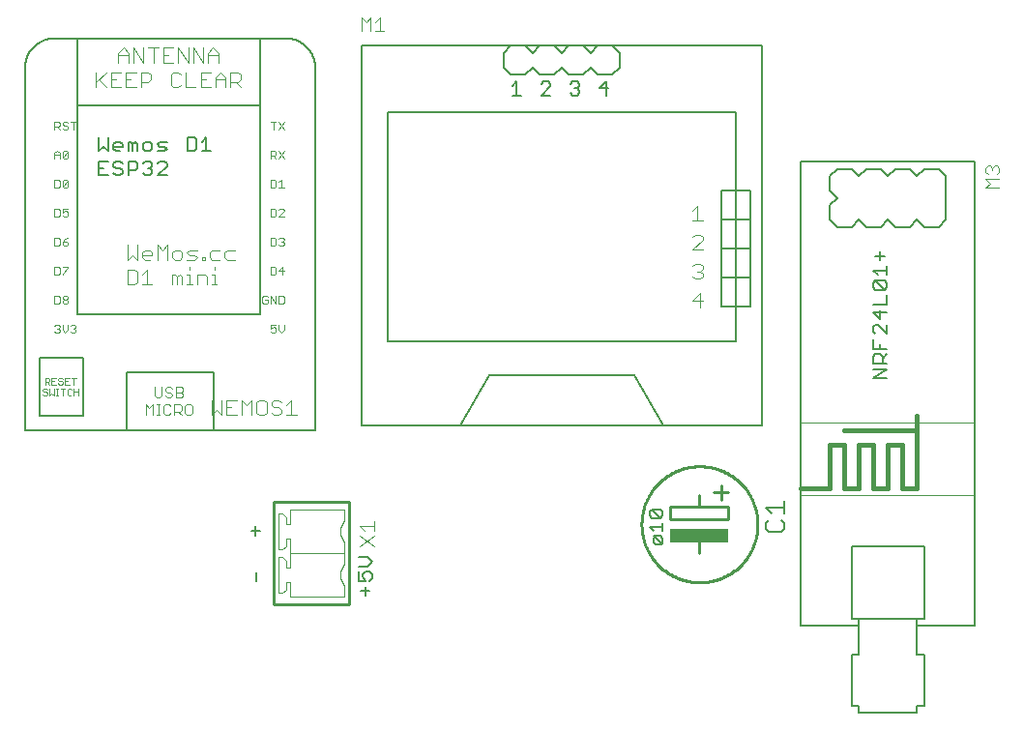
<source format=gto>
G75*
%MOIN*%
%OFA0B0*%
%FSLAX25Y25*%
%IPPOS*%
%LPD*%
%AMOC8*
5,1,8,0,0,1.08239X$1,22.5*
%
%ADD10C,0.00800*%
%ADD11C,0.01575*%
%ADD12C,0.00394*%
%ADD13C,0.00400*%
%ADD14C,0.00500*%
%ADD15C,0.00200*%
%ADD16C,0.00300*%
%ADD17C,0.01000*%
%ADD18C,0.00984*%
%ADD19C,0.00700*%
%ADD20C,0.00600*%
%ADD21R,0.20000X0.05000*%
%ADD22C,0.00983*%
D10*
X0126529Y0046650D02*
X0126529Y0049794D01*
X0126259Y0062436D02*
X0126259Y0065580D01*
X0124687Y0064008D02*
X0127831Y0064008D01*
X0161672Y0054944D02*
X0164815Y0054944D01*
X0166387Y0053372D01*
X0164815Y0051800D01*
X0161672Y0051800D01*
X0161672Y0049869D02*
X0161672Y0046725D01*
X0164029Y0046725D01*
X0163244Y0048297D01*
X0163244Y0049083D01*
X0164029Y0049869D01*
X0165601Y0049869D01*
X0166387Y0049083D01*
X0166387Y0047511D01*
X0165601Y0046725D01*
X0164029Y0044794D02*
X0164029Y0041650D01*
X0162458Y0043222D02*
X0165601Y0043222D01*
X0111787Y0098750D02*
X0081787Y0098750D01*
X0081787Y0118750D01*
X0111787Y0118750D01*
X0111787Y0098750D01*
X0066787Y0103750D02*
X0066787Y0123750D01*
X0051787Y0123750D01*
X0051787Y0103750D01*
X0066787Y0103750D01*
X0072187Y0186650D02*
X0075331Y0186650D01*
X0077263Y0187436D02*
X0078049Y0186650D01*
X0079621Y0186650D01*
X0080406Y0187436D01*
X0080406Y0188222D01*
X0079621Y0189008D01*
X0078049Y0189008D01*
X0077263Y0189794D01*
X0077263Y0190580D01*
X0078049Y0191366D01*
X0079621Y0191366D01*
X0080406Y0190580D01*
X0082338Y0191366D02*
X0082338Y0186650D01*
X0082338Y0188222D02*
X0084696Y0188222D01*
X0085482Y0189008D01*
X0085482Y0190580D01*
X0084696Y0191366D01*
X0082338Y0191366D01*
X0082338Y0194918D02*
X0082338Y0198062D01*
X0083124Y0198062D01*
X0083910Y0197276D01*
X0084696Y0198062D01*
X0085482Y0197276D01*
X0085482Y0194918D01*
X0083910Y0194918D02*
X0083910Y0197276D01*
X0087413Y0197276D02*
X0087413Y0195704D01*
X0088199Y0194918D01*
X0089771Y0194918D01*
X0090557Y0195704D01*
X0090557Y0197276D01*
X0089771Y0198062D01*
X0088199Y0198062D01*
X0087413Y0197276D01*
X0092488Y0197276D02*
X0093274Y0198062D01*
X0095632Y0198062D01*
X0094846Y0196490D02*
X0095632Y0195704D01*
X0094846Y0194918D01*
X0092488Y0194918D01*
X0093274Y0196490D02*
X0092488Y0197276D01*
X0093274Y0196490D02*
X0094846Y0196490D01*
X0094846Y0191366D02*
X0093274Y0191366D01*
X0092488Y0190580D01*
X0090557Y0190580D02*
X0089771Y0191366D01*
X0088199Y0191366D01*
X0087413Y0190580D01*
X0088985Y0189008D02*
X0089771Y0189008D01*
X0090557Y0188222D01*
X0090557Y0187436D01*
X0089771Y0186650D01*
X0088199Y0186650D01*
X0087413Y0187436D01*
X0089771Y0189008D02*
X0090557Y0189794D01*
X0090557Y0190580D01*
X0094846Y0191366D02*
X0095632Y0190580D01*
X0095632Y0189794D01*
X0092488Y0186650D01*
X0095632Y0186650D01*
X0102639Y0194918D02*
X0104996Y0194918D01*
X0105782Y0195704D01*
X0105782Y0198848D01*
X0104996Y0199634D01*
X0102639Y0199634D01*
X0102639Y0194918D01*
X0107714Y0194918D02*
X0110858Y0194918D01*
X0109286Y0194918D02*
X0109286Y0199634D01*
X0107714Y0198062D01*
X0080406Y0197276D02*
X0080406Y0196490D01*
X0077263Y0196490D01*
X0077263Y0197276D02*
X0078049Y0198062D01*
X0079621Y0198062D01*
X0080406Y0197276D01*
X0079621Y0194918D02*
X0078049Y0194918D01*
X0077263Y0195704D01*
X0077263Y0197276D01*
X0075331Y0194918D02*
X0075331Y0199634D01*
X0072187Y0199634D02*
X0072187Y0194918D01*
X0073759Y0196490D01*
X0075331Y0194918D01*
X0075331Y0191366D02*
X0072187Y0191366D01*
X0072187Y0186650D01*
X0072187Y0189008D02*
X0073759Y0189008D01*
X0214687Y0214150D02*
X0217831Y0214150D01*
X0216259Y0214150D02*
X0216259Y0218866D01*
X0214687Y0217294D01*
X0224687Y0218080D02*
X0225473Y0218866D01*
X0227045Y0218866D01*
X0227831Y0218080D01*
X0227831Y0217294D01*
X0224687Y0214150D01*
X0227831Y0214150D01*
X0234687Y0214936D02*
X0235473Y0214150D01*
X0237045Y0214150D01*
X0237831Y0214936D01*
X0237831Y0215722D01*
X0237045Y0216508D01*
X0236259Y0216508D01*
X0237045Y0216508D02*
X0237831Y0217294D01*
X0237831Y0218080D01*
X0237045Y0218866D01*
X0235473Y0218866D01*
X0234687Y0218080D01*
X0244687Y0216508D02*
X0247831Y0216508D01*
X0247045Y0218866D02*
X0244687Y0216508D01*
X0247045Y0214150D02*
X0247045Y0218866D01*
X0286787Y0181250D02*
X0296787Y0181250D01*
X0296787Y0171250D01*
X0296787Y0161250D01*
X0296787Y0151250D01*
X0296787Y0141250D01*
X0286787Y0141250D01*
X0286787Y0151250D01*
X0296787Y0151250D01*
X0286787Y0151250D01*
X0286787Y0161250D01*
X0296787Y0161250D01*
X0286787Y0161250D01*
X0286787Y0171250D01*
X0296787Y0171250D01*
X0286787Y0171250D01*
X0286787Y0181250D01*
X0339958Y0158824D02*
X0343101Y0158824D01*
X0341529Y0160395D02*
X0341529Y0157252D01*
X0343887Y0155320D02*
X0343887Y0152176D01*
X0343887Y0153748D02*
X0339172Y0153748D01*
X0340744Y0152176D01*
X0339958Y0150245D02*
X0343101Y0147101D01*
X0343887Y0147887D01*
X0343887Y0149459D01*
X0343101Y0150245D01*
X0339958Y0150245D01*
X0339172Y0149459D01*
X0339172Y0147887D01*
X0339958Y0147101D01*
X0343101Y0147101D01*
X0343887Y0145170D02*
X0343887Y0142026D01*
X0339172Y0142026D01*
X0339172Y0139309D02*
X0341529Y0136951D01*
X0341529Y0140095D01*
X0339172Y0139309D02*
X0343887Y0139309D01*
X0343887Y0135019D02*
X0343887Y0131876D01*
X0340744Y0135019D01*
X0339958Y0135019D01*
X0339172Y0134234D01*
X0339172Y0132662D01*
X0339958Y0131876D01*
X0339172Y0129944D02*
X0339172Y0126800D01*
X0343887Y0126800D01*
X0343887Y0124869D02*
X0342315Y0123297D01*
X0342315Y0124083D02*
X0342315Y0121725D01*
X0343887Y0121725D02*
X0339172Y0121725D01*
X0339172Y0124083D01*
X0339958Y0124869D01*
X0341529Y0124869D01*
X0342315Y0124083D01*
X0341529Y0126800D02*
X0341529Y0128372D01*
X0339172Y0119794D02*
X0343887Y0119794D01*
X0339172Y0116650D01*
X0343887Y0116650D01*
D11*
X0354287Y0103750D02*
X0354287Y0098750D01*
X0329287Y0098750D01*
X0329287Y0093750D02*
X0324287Y0093750D01*
X0324287Y0078750D01*
X0314287Y0078750D01*
X0329287Y0078750D02*
X0329287Y0093750D01*
X0334287Y0093750D02*
X0334287Y0078750D01*
X0329287Y0078750D01*
X0339287Y0078750D02*
X0339287Y0093750D01*
X0334287Y0093750D01*
X0344287Y0093750D02*
X0344287Y0078750D01*
X0339287Y0078750D01*
X0349287Y0078750D02*
X0349287Y0093750D01*
X0344287Y0093750D01*
X0354287Y0098750D02*
X0354287Y0078750D01*
X0349287Y0078750D01*
D12*
X0374287Y0076250D02*
X0314287Y0076250D01*
X0314287Y0101250D02*
X0374287Y0101250D01*
X0156787Y0071250D02*
X0156787Y0067500D01*
X0155537Y0065000D01*
X0155537Y0062500D01*
X0156787Y0060000D01*
X0156787Y0056250D01*
X0156787Y0052500D01*
X0155537Y0050000D01*
X0155537Y0047500D01*
X0156787Y0045000D01*
X0156787Y0041250D01*
X0138037Y0041250D01*
X0138037Y0046250D01*
X0136787Y0046250D01*
X0136787Y0043750D01*
X0135537Y0042500D01*
X0134287Y0042500D01*
X0134287Y0055000D01*
X0135537Y0055000D01*
X0136787Y0053750D01*
X0136787Y0051250D01*
X0138037Y0051250D01*
X0138037Y0056250D01*
X0138037Y0061250D01*
X0136787Y0061250D01*
X0136787Y0058750D01*
X0135537Y0057500D01*
X0134287Y0057500D01*
X0134287Y0070000D01*
X0135537Y0070000D01*
X0136787Y0068750D01*
X0136787Y0066250D01*
X0138037Y0066250D01*
X0138037Y0071250D01*
X0156787Y0071250D01*
X0156787Y0056250D02*
X0138037Y0056250D01*
D13*
X0161983Y0058800D02*
X0167099Y0062210D01*
X0167099Y0063875D02*
X0167099Y0067286D01*
X0167099Y0065580D02*
X0161983Y0065580D01*
X0163688Y0063875D01*
X0161983Y0062210D02*
X0167099Y0058800D01*
X0140301Y0103950D02*
X0136831Y0103950D01*
X0138566Y0103950D02*
X0138566Y0109154D01*
X0136831Y0107420D01*
X0135144Y0108287D02*
X0134277Y0109154D01*
X0132542Y0109154D01*
X0131675Y0108287D01*
X0131675Y0107420D01*
X0132542Y0106552D01*
X0134277Y0106552D01*
X0135144Y0105685D01*
X0135144Y0104817D01*
X0134277Y0103950D01*
X0132542Y0103950D01*
X0131675Y0104817D01*
X0129988Y0104817D02*
X0129988Y0108287D01*
X0129120Y0109154D01*
X0127386Y0109154D01*
X0126518Y0108287D01*
X0126518Y0104817D01*
X0127386Y0103950D01*
X0129120Y0103950D01*
X0129988Y0104817D01*
X0124831Y0103950D02*
X0124831Y0109154D01*
X0123097Y0107420D01*
X0121362Y0109154D01*
X0121362Y0103950D01*
X0119675Y0103950D02*
X0116205Y0103950D01*
X0116205Y0109154D01*
X0119675Y0109154D01*
X0114519Y0109154D02*
X0114519Y0103950D01*
X0112784Y0105685D01*
X0111049Y0103950D01*
X0111049Y0109154D01*
X0116205Y0106552D02*
X0117940Y0106552D01*
X0112942Y0148950D02*
X0111207Y0148950D01*
X0112074Y0148950D02*
X0112074Y0152420D01*
X0111207Y0152420D01*
X0109520Y0151552D02*
X0109520Y0148950D01*
X0109520Y0151552D02*
X0108653Y0152420D01*
X0106051Y0152420D01*
X0106051Y0148950D01*
X0104348Y0148950D02*
X0102613Y0148950D01*
X0103480Y0148950D02*
X0103480Y0152420D01*
X0102613Y0152420D01*
X0100926Y0151552D02*
X0100926Y0148950D01*
X0099191Y0148950D02*
X0099191Y0151552D01*
X0100059Y0152420D01*
X0100926Y0151552D01*
X0099191Y0151552D02*
X0098324Y0152420D01*
X0097457Y0152420D01*
X0097457Y0148950D01*
X0090613Y0148950D02*
X0087144Y0148950D01*
X0088879Y0148950D02*
X0088879Y0154154D01*
X0087144Y0152420D01*
X0085457Y0153287D02*
X0085457Y0149817D01*
X0084590Y0148950D01*
X0081987Y0148950D01*
X0081987Y0154154D01*
X0084590Y0154154D01*
X0085457Y0153287D01*
X0085457Y0157350D02*
X0085457Y0162554D01*
X0088011Y0160820D02*
X0089746Y0160820D01*
X0090613Y0159952D01*
X0090613Y0159085D01*
X0087144Y0159085D01*
X0087144Y0159952D02*
X0088011Y0160820D01*
X0087144Y0159952D02*
X0087144Y0158217D01*
X0088011Y0157350D01*
X0089746Y0157350D01*
X0092300Y0157350D02*
X0092300Y0162554D01*
X0094035Y0160820D01*
X0095770Y0162554D01*
X0095770Y0157350D01*
X0097457Y0158217D02*
X0098324Y0157350D01*
X0100059Y0157350D01*
X0100926Y0158217D01*
X0100926Y0159952D01*
X0100059Y0160820D01*
X0098324Y0160820D01*
X0097457Y0159952D01*
X0097457Y0158217D01*
X0102613Y0157350D02*
X0105215Y0157350D01*
X0106083Y0158217D01*
X0105215Y0159085D01*
X0103480Y0159085D01*
X0102613Y0159952D01*
X0103480Y0160820D01*
X0106083Y0160820D01*
X0107769Y0158217D02*
X0108637Y0158217D01*
X0108637Y0157350D01*
X0107769Y0157350D01*
X0107769Y0158217D01*
X0110348Y0158217D02*
X0111215Y0157350D01*
X0113817Y0157350D01*
X0115504Y0158217D02*
X0116371Y0157350D01*
X0118974Y0157350D01*
X0118974Y0160820D02*
X0116371Y0160820D01*
X0115504Y0159952D01*
X0115504Y0158217D01*
X0113817Y0160820D02*
X0111215Y0160820D01*
X0110348Y0159952D01*
X0110348Y0158217D01*
X0112074Y0155022D02*
X0112074Y0154154D01*
X0103480Y0154154D02*
X0103480Y0155022D01*
X0085457Y0157350D02*
X0083722Y0159085D01*
X0081987Y0157350D01*
X0081987Y0162554D01*
X0081518Y0216950D02*
X0084988Y0216950D01*
X0086675Y0216950D02*
X0086675Y0222154D01*
X0089277Y0222154D01*
X0090144Y0221287D01*
X0090144Y0219552D01*
X0089277Y0218685D01*
X0086675Y0218685D01*
X0083253Y0219552D02*
X0081518Y0219552D01*
X0081518Y0222154D02*
X0081518Y0216950D01*
X0079831Y0216950D02*
X0076362Y0216950D01*
X0076362Y0222154D01*
X0079831Y0222154D01*
X0081518Y0222154D02*
X0084988Y0222154D01*
X0084096Y0225350D02*
X0084096Y0230554D01*
X0087566Y0225350D01*
X0087566Y0230554D01*
X0089253Y0230554D02*
X0092722Y0230554D01*
X0094409Y0230554D02*
X0094409Y0225350D01*
X0097879Y0225350D01*
X0099566Y0225350D02*
X0099566Y0230554D01*
X0103035Y0225350D01*
X0103035Y0230554D01*
X0104722Y0230554D02*
X0108192Y0225350D01*
X0108192Y0230554D01*
X0109878Y0228820D02*
X0111613Y0230554D01*
X0113348Y0228820D01*
X0113348Y0225350D01*
X0113348Y0227952D02*
X0109878Y0227952D01*
X0109878Y0228820D02*
X0109878Y0225350D01*
X0110770Y0222154D02*
X0107300Y0222154D01*
X0107300Y0216950D01*
X0110770Y0216950D01*
X0112457Y0216950D02*
X0112457Y0220420D01*
X0114191Y0222154D01*
X0115926Y0220420D01*
X0115926Y0216950D01*
X0117613Y0216950D02*
X0117613Y0222154D01*
X0120215Y0222154D01*
X0121083Y0221287D01*
X0121083Y0219552D01*
X0120215Y0218685D01*
X0117613Y0218685D01*
X0119348Y0218685D02*
X0121083Y0216950D01*
X0115926Y0219552D02*
X0112457Y0219552D01*
X0109035Y0219552D02*
X0107300Y0219552D01*
X0105613Y0216950D02*
X0102144Y0216950D01*
X0102144Y0222154D01*
X0100457Y0221287D02*
X0099590Y0222154D01*
X0097855Y0222154D01*
X0096987Y0221287D01*
X0096987Y0217817D01*
X0097855Y0216950D01*
X0099590Y0216950D01*
X0100457Y0217817D01*
X0104722Y0225350D02*
X0104722Y0230554D01*
X0097879Y0230554D02*
X0094409Y0230554D01*
X0094409Y0227952D02*
X0096144Y0227952D01*
X0090988Y0225350D02*
X0090988Y0230554D01*
X0082410Y0228820D02*
X0082410Y0225350D01*
X0082410Y0227952D02*
X0078940Y0227952D01*
X0078940Y0228820D02*
X0078940Y0225350D01*
X0074675Y0222154D02*
X0071205Y0218685D01*
X0072073Y0219552D02*
X0074675Y0216950D01*
X0076362Y0219552D02*
X0078097Y0219552D01*
X0071205Y0222154D02*
X0071205Y0216950D01*
X0078940Y0228820D02*
X0080675Y0230554D01*
X0082410Y0228820D01*
X0162889Y0236270D02*
X0162889Y0240874D01*
X0164424Y0239339D01*
X0165958Y0240874D01*
X0165958Y0236270D01*
X0167493Y0236270D02*
X0170562Y0236270D01*
X0169027Y0236270D02*
X0169027Y0240874D01*
X0167493Y0239339D01*
X0276831Y0174320D02*
X0278566Y0176054D01*
X0278566Y0170850D01*
X0276831Y0170850D02*
X0280301Y0170850D01*
X0279433Y0166054D02*
X0277698Y0166054D01*
X0276831Y0165187D01*
X0279433Y0166054D02*
X0280301Y0165187D01*
X0280301Y0164320D01*
X0276831Y0160850D01*
X0280301Y0160850D01*
X0279433Y0156054D02*
X0280301Y0155187D01*
X0280301Y0154320D01*
X0279433Y0153452D01*
X0280301Y0152585D01*
X0280301Y0151717D01*
X0279433Y0150850D01*
X0277698Y0150850D01*
X0276831Y0151717D01*
X0278566Y0153452D02*
X0279433Y0153452D01*
X0279433Y0156054D02*
X0277698Y0156054D01*
X0276831Y0155187D01*
X0279433Y0146054D02*
X0276831Y0143452D01*
X0280301Y0143452D01*
X0279433Y0140850D02*
X0279433Y0146054D01*
X0377909Y0182242D02*
X0379443Y0183777D01*
X0377909Y0185311D01*
X0382513Y0185311D01*
X0381745Y0186846D02*
X0382513Y0187613D01*
X0382513Y0189148D01*
X0381745Y0189915D01*
X0380978Y0189915D01*
X0380211Y0189148D01*
X0380211Y0188381D01*
X0380211Y0189148D02*
X0379443Y0189915D01*
X0378676Y0189915D01*
X0377909Y0189148D01*
X0377909Y0187613D01*
X0378676Y0186846D01*
X0377909Y0182242D02*
X0382513Y0182242D01*
D14*
X0374287Y0191250D02*
X0314287Y0191250D01*
X0314287Y0031250D01*
X0334287Y0031250D01*
X0334287Y0021250D01*
X0331787Y0021250D01*
X0331787Y0003750D01*
X0334287Y0003750D01*
X0334287Y0001250D01*
X0354287Y0001250D01*
X0354287Y0003750D01*
X0356787Y0003750D01*
X0356787Y0021250D01*
X0354287Y0021250D01*
X0354287Y0031250D01*
X0374287Y0031250D01*
X0374287Y0191250D01*
X0364287Y0186250D02*
X0364287Y0171250D01*
X0361787Y0168750D01*
X0356787Y0168750D01*
X0354287Y0171250D01*
X0351787Y0168750D01*
X0346787Y0168750D01*
X0344287Y0171250D01*
X0341787Y0168750D01*
X0336787Y0168750D01*
X0334287Y0171250D01*
X0331787Y0168750D01*
X0326787Y0168750D01*
X0324287Y0171250D01*
X0324287Y0176250D01*
X0326787Y0178750D01*
X0324287Y0181250D01*
X0324287Y0186250D01*
X0326787Y0188750D01*
X0331787Y0188750D01*
X0334287Y0186250D01*
X0336787Y0188750D01*
X0341787Y0188750D01*
X0344287Y0186250D01*
X0346787Y0188750D01*
X0351787Y0188750D01*
X0354287Y0186250D01*
X0356787Y0188750D01*
X0361787Y0188750D01*
X0364287Y0186250D01*
X0291787Y0208250D02*
X0291787Y0129250D01*
X0171787Y0129250D01*
X0171787Y0208250D01*
X0291787Y0208250D01*
X0300787Y0231250D02*
X0300787Y0100187D01*
X0266787Y0100187D01*
X0256787Y0117687D01*
X0206787Y0117687D01*
X0196787Y0100187D01*
X0162787Y0100187D01*
X0162787Y0231250D01*
X0300787Y0231250D01*
X0251787Y0228750D02*
X0251787Y0223750D01*
X0249287Y0221250D01*
X0244287Y0221250D01*
X0241787Y0223750D01*
X0239287Y0221250D01*
X0234287Y0221250D01*
X0231787Y0223750D01*
X0229287Y0221250D01*
X0224287Y0221250D01*
X0221787Y0223750D01*
X0219287Y0221250D01*
X0214287Y0221250D01*
X0211787Y0223750D01*
X0211787Y0228750D01*
X0214287Y0231250D01*
X0219287Y0231250D02*
X0221787Y0228750D01*
X0224287Y0231250D01*
X0229287Y0231250D02*
X0231787Y0228750D01*
X0234287Y0231250D01*
X0239287Y0231250D02*
X0241787Y0228750D01*
X0244287Y0231250D01*
X0249287Y0231250D02*
X0251787Y0228750D01*
X0146787Y0223750D02*
X0146787Y0098750D01*
X0046787Y0098750D01*
X0046787Y0223750D01*
X0046790Y0223992D01*
X0046799Y0224233D01*
X0046813Y0224474D01*
X0046834Y0224715D01*
X0046860Y0224955D01*
X0046892Y0225195D01*
X0046930Y0225434D01*
X0046973Y0225671D01*
X0047023Y0225908D01*
X0047078Y0226143D01*
X0047138Y0226377D01*
X0047205Y0226609D01*
X0047276Y0226840D01*
X0047354Y0227069D01*
X0047437Y0227296D01*
X0047525Y0227521D01*
X0047619Y0227744D01*
X0047718Y0227964D01*
X0047823Y0228182D01*
X0047932Y0228397D01*
X0048047Y0228610D01*
X0048167Y0228820D01*
X0048292Y0229026D01*
X0048422Y0229230D01*
X0048557Y0229431D01*
X0048697Y0229628D01*
X0048841Y0229822D01*
X0048990Y0230012D01*
X0049144Y0230198D01*
X0049302Y0230381D01*
X0049464Y0230560D01*
X0049631Y0230735D01*
X0049802Y0230906D01*
X0049977Y0231073D01*
X0050156Y0231235D01*
X0050339Y0231393D01*
X0050525Y0231547D01*
X0050715Y0231696D01*
X0050909Y0231840D01*
X0051106Y0231980D01*
X0051307Y0232115D01*
X0051511Y0232245D01*
X0051717Y0232370D01*
X0051927Y0232490D01*
X0052140Y0232605D01*
X0052355Y0232714D01*
X0052573Y0232819D01*
X0052793Y0232918D01*
X0053016Y0233012D01*
X0053241Y0233100D01*
X0053468Y0233183D01*
X0053697Y0233261D01*
X0053928Y0233332D01*
X0054160Y0233399D01*
X0054394Y0233459D01*
X0054629Y0233514D01*
X0054866Y0233564D01*
X0055103Y0233607D01*
X0055342Y0233645D01*
X0055582Y0233677D01*
X0055822Y0233703D01*
X0056063Y0233724D01*
X0056304Y0233738D01*
X0056545Y0233747D01*
X0056787Y0233750D01*
X0136787Y0233750D01*
X0127890Y0233656D02*
X0064898Y0233656D01*
X0064898Y0210821D01*
X0127890Y0210821D01*
X0127890Y0233656D01*
X0136787Y0233750D02*
X0137029Y0233747D01*
X0137270Y0233738D01*
X0137511Y0233724D01*
X0137752Y0233703D01*
X0137992Y0233677D01*
X0138232Y0233645D01*
X0138471Y0233607D01*
X0138708Y0233564D01*
X0138945Y0233514D01*
X0139180Y0233459D01*
X0139414Y0233399D01*
X0139646Y0233332D01*
X0139877Y0233261D01*
X0140106Y0233183D01*
X0140333Y0233100D01*
X0140558Y0233012D01*
X0140781Y0232918D01*
X0141001Y0232819D01*
X0141219Y0232714D01*
X0141434Y0232605D01*
X0141647Y0232490D01*
X0141857Y0232370D01*
X0142063Y0232245D01*
X0142267Y0232115D01*
X0142468Y0231980D01*
X0142665Y0231840D01*
X0142859Y0231696D01*
X0143049Y0231547D01*
X0143235Y0231393D01*
X0143418Y0231235D01*
X0143597Y0231073D01*
X0143772Y0230906D01*
X0143943Y0230735D01*
X0144110Y0230560D01*
X0144272Y0230381D01*
X0144430Y0230198D01*
X0144584Y0230012D01*
X0144733Y0229822D01*
X0144877Y0229628D01*
X0145017Y0229431D01*
X0145152Y0229230D01*
X0145282Y0229026D01*
X0145407Y0228820D01*
X0145527Y0228610D01*
X0145642Y0228397D01*
X0145751Y0228182D01*
X0145856Y0227964D01*
X0145955Y0227744D01*
X0146049Y0227521D01*
X0146137Y0227296D01*
X0146220Y0227069D01*
X0146298Y0226840D01*
X0146369Y0226609D01*
X0146436Y0226377D01*
X0146496Y0226143D01*
X0146551Y0225908D01*
X0146601Y0225671D01*
X0146644Y0225434D01*
X0146682Y0225195D01*
X0146714Y0224955D01*
X0146740Y0224715D01*
X0146761Y0224474D01*
X0146775Y0224233D01*
X0146784Y0223992D01*
X0146787Y0223750D01*
X0127887Y0210850D02*
X0127887Y0138750D01*
X0127787Y0138750D02*
X0064887Y0138750D01*
X0064887Y0210850D01*
X0127787Y0210850D02*
X0127887Y0210850D01*
X0196787Y0100187D02*
X0266787Y0100187D01*
X0331787Y0058750D02*
X0356787Y0058750D01*
X0356787Y0033750D01*
X0354287Y0033750D01*
X0354287Y0031250D01*
X0354287Y0033750D02*
X0334287Y0033750D01*
X0334287Y0031250D01*
X0334287Y0033750D02*
X0331787Y0033750D01*
X0331787Y0058750D01*
D15*
X0135993Y0133284D02*
X0135993Y0135152D01*
X0135993Y0133284D02*
X0135059Y0132350D01*
X0134125Y0133284D01*
X0134125Y0135152D01*
X0133231Y0135152D02*
X0131363Y0135152D01*
X0131363Y0133751D01*
X0132297Y0134218D01*
X0132764Y0134218D01*
X0133231Y0133751D01*
X0133231Y0132817D01*
X0132764Y0132350D01*
X0131830Y0132350D01*
X0131363Y0132817D01*
X0131363Y0142350D02*
X0131363Y0145152D01*
X0133231Y0142350D01*
X0133231Y0145152D01*
X0134125Y0145152D02*
X0135526Y0145152D01*
X0135993Y0144685D01*
X0135993Y0142817D01*
X0135526Y0142350D01*
X0134125Y0142350D01*
X0134125Y0145152D01*
X0130469Y0144685D02*
X0130002Y0145152D01*
X0129067Y0145152D01*
X0128600Y0144685D01*
X0128600Y0142817D01*
X0129067Y0142350D01*
X0130002Y0142350D01*
X0130469Y0142817D01*
X0130469Y0143751D01*
X0129534Y0143751D01*
X0131363Y0152350D02*
X0132764Y0152350D01*
X0133231Y0152817D01*
X0133231Y0154685D01*
X0132764Y0155152D01*
X0131363Y0155152D01*
X0131363Y0152350D01*
X0134125Y0153751D02*
X0135526Y0155152D01*
X0135526Y0152350D01*
X0135993Y0153751D02*
X0134125Y0153751D01*
X0134592Y0162350D02*
X0134125Y0162817D01*
X0134592Y0162350D02*
X0135526Y0162350D01*
X0135993Y0162817D01*
X0135993Y0163284D01*
X0135526Y0163751D01*
X0135059Y0163751D01*
X0135526Y0163751D02*
X0135993Y0164218D01*
X0135993Y0164685D01*
X0135526Y0165152D01*
X0134592Y0165152D01*
X0134125Y0164685D01*
X0133231Y0164685D02*
X0132764Y0165152D01*
X0131363Y0165152D01*
X0131363Y0162350D01*
X0132764Y0162350D01*
X0133231Y0162817D01*
X0133231Y0164685D01*
X0132764Y0172350D02*
X0131363Y0172350D01*
X0131363Y0175152D01*
X0132764Y0175152D01*
X0133231Y0174685D01*
X0133231Y0172817D01*
X0132764Y0172350D01*
X0134125Y0172350D02*
X0135993Y0174218D01*
X0135993Y0174685D01*
X0135526Y0175152D01*
X0134592Y0175152D01*
X0134125Y0174685D01*
X0134125Y0172350D02*
X0135993Y0172350D01*
X0135993Y0182350D02*
X0134125Y0182350D01*
X0135059Y0182350D02*
X0135059Y0185152D01*
X0134125Y0184218D01*
X0133231Y0184685D02*
X0132764Y0185152D01*
X0131363Y0185152D01*
X0131363Y0182350D01*
X0132764Y0182350D01*
X0133231Y0182817D01*
X0133231Y0184685D01*
X0133231Y0192350D02*
X0132297Y0193284D01*
X0132764Y0193284D02*
X0131363Y0193284D01*
X0131363Y0192350D02*
X0131363Y0195152D01*
X0132764Y0195152D01*
X0133231Y0194685D01*
X0133231Y0193751D01*
X0132764Y0193284D01*
X0134125Y0192350D02*
X0135993Y0195152D01*
X0134125Y0195152D02*
X0135993Y0192350D01*
X0135993Y0202350D02*
X0134125Y0205152D01*
X0133231Y0205152D02*
X0131363Y0205152D01*
X0132297Y0205152D02*
X0132297Y0202350D01*
X0134125Y0202350D02*
X0135993Y0205152D01*
X0064280Y0205152D02*
X0062412Y0205152D01*
X0063346Y0205152D02*
X0063346Y0202350D01*
X0061518Y0202817D02*
X0061051Y0202350D01*
X0060117Y0202350D01*
X0059650Y0202817D01*
X0058756Y0202350D02*
X0057822Y0203284D01*
X0058289Y0203284D02*
X0056887Y0203284D01*
X0056887Y0202350D02*
X0056887Y0205152D01*
X0058289Y0205152D01*
X0058756Y0204685D01*
X0058756Y0203751D01*
X0058289Y0203284D01*
X0059650Y0204218D02*
X0060117Y0203751D01*
X0061051Y0203751D01*
X0061518Y0203284D01*
X0061518Y0202817D01*
X0061518Y0204685D02*
X0061051Y0205152D01*
X0060117Y0205152D01*
X0059650Y0204685D01*
X0059650Y0204218D01*
X0060117Y0195152D02*
X0061051Y0195152D01*
X0061518Y0194685D01*
X0059650Y0192817D01*
X0060117Y0192350D01*
X0061051Y0192350D01*
X0061518Y0192817D01*
X0061518Y0194685D01*
X0060117Y0195152D02*
X0059650Y0194685D01*
X0059650Y0192817D01*
X0058756Y0192350D02*
X0058756Y0194218D01*
X0057822Y0195152D01*
X0056887Y0194218D01*
X0056887Y0192350D01*
X0056887Y0193751D02*
X0058756Y0193751D01*
X0058289Y0185152D02*
X0056887Y0185152D01*
X0056887Y0182350D01*
X0058289Y0182350D01*
X0058756Y0182817D01*
X0058756Y0184685D01*
X0058289Y0185152D01*
X0059650Y0184685D02*
X0060117Y0185152D01*
X0061051Y0185152D01*
X0061518Y0184685D01*
X0059650Y0182817D01*
X0060117Y0182350D01*
X0061051Y0182350D01*
X0061518Y0182817D01*
X0061518Y0184685D01*
X0059650Y0184685D02*
X0059650Y0182817D01*
X0059650Y0175152D02*
X0059650Y0173751D01*
X0060584Y0174218D01*
X0061051Y0174218D01*
X0061518Y0173751D01*
X0061518Y0172817D01*
X0061051Y0172350D01*
X0060117Y0172350D01*
X0059650Y0172817D01*
X0058756Y0172817D02*
X0058756Y0174685D01*
X0058289Y0175152D01*
X0056887Y0175152D01*
X0056887Y0172350D01*
X0058289Y0172350D01*
X0058756Y0172817D01*
X0059650Y0175152D02*
X0061518Y0175152D01*
X0061518Y0165152D02*
X0060584Y0164685D01*
X0059650Y0163751D01*
X0061051Y0163751D01*
X0061518Y0163284D01*
X0061518Y0162817D01*
X0061051Y0162350D01*
X0060117Y0162350D01*
X0059650Y0162817D01*
X0059650Y0163751D01*
X0058756Y0162817D02*
X0058756Y0164685D01*
X0058289Y0165152D01*
X0056887Y0165152D01*
X0056887Y0162350D01*
X0058289Y0162350D01*
X0058756Y0162817D01*
X0058289Y0155152D02*
X0056887Y0155152D01*
X0056887Y0152350D01*
X0058289Y0152350D01*
X0058756Y0152817D01*
X0058756Y0154685D01*
X0058289Y0155152D01*
X0059650Y0155152D02*
X0061518Y0155152D01*
X0061518Y0154685D01*
X0059650Y0152817D01*
X0059650Y0152350D01*
X0060117Y0145152D02*
X0061051Y0145152D01*
X0061518Y0144685D01*
X0061518Y0144218D01*
X0061051Y0143751D01*
X0060117Y0143751D01*
X0059650Y0144218D01*
X0059650Y0144685D01*
X0060117Y0145152D01*
X0060117Y0143751D02*
X0059650Y0143284D01*
X0059650Y0142817D01*
X0060117Y0142350D01*
X0061051Y0142350D01*
X0061518Y0142817D01*
X0061518Y0143284D01*
X0061051Y0143751D01*
X0058756Y0142817D02*
X0058756Y0144685D01*
X0058289Y0145152D01*
X0056887Y0145152D01*
X0056887Y0142350D01*
X0058289Y0142350D01*
X0058756Y0142817D01*
X0058289Y0135152D02*
X0057354Y0135152D01*
X0056887Y0134685D01*
X0057822Y0133751D02*
X0058289Y0133751D01*
X0058756Y0133284D01*
X0058756Y0132817D01*
X0058289Y0132350D01*
X0057354Y0132350D01*
X0056887Y0132817D01*
X0058289Y0133751D02*
X0058756Y0134218D01*
X0058756Y0134685D01*
X0058289Y0135152D01*
X0059650Y0135152D02*
X0059650Y0133284D01*
X0060584Y0132350D01*
X0061518Y0133284D01*
X0061518Y0135152D01*
X0062412Y0134685D02*
X0062879Y0135152D01*
X0063813Y0135152D01*
X0064280Y0134685D01*
X0064280Y0134218D01*
X0063813Y0133751D01*
X0064280Y0133284D01*
X0064280Y0132817D01*
X0063813Y0132350D01*
X0062879Y0132350D01*
X0062412Y0132817D01*
X0063346Y0133751D02*
X0063813Y0133751D01*
X0063608Y0116777D02*
X0063608Y0114475D01*
X0063608Y0113027D02*
X0063608Y0110725D01*
X0062840Y0111109D02*
X0062457Y0110725D01*
X0061689Y0110725D01*
X0061306Y0111109D01*
X0061306Y0112643D01*
X0061689Y0113027D01*
X0062457Y0113027D01*
X0062840Y0112643D01*
X0063608Y0111876D02*
X0065142Y0111876D01*
X0065142Y0113027D02*
X0065142Y0110725D01*
X0060538Y0113027D02*
X0059004Y0113027D01*
X0059771Y0113027D02*
X0059771Y0110725D01*
X0058236Y0110725D02*
X0057469Y0110725D01*
X0057853Y0110725D02*
X0057853Y0113027D01*
X0058236Y0113027D02*
X0057469Y0113027D01*
X0056702Y0113027D02*
X0056702Y0110725D01*
X0055934Y0111492D01*
X0055167Y0110725D01*
X0055167Y0113027D01*
X0054400Y0112643D02*
X0054016Y0113027D01*
X0053249Y0113027D01*
X0052865Y0112643D01*
X0052865Y0112260D01*
X0053249Y0111876D01*
X0054016Y0111876D01*
X0054400Y0111492D01*
X0054400Y0111109D01*
X0054016Y0110725D01*
X0053249Y0110725D01*
X0052865Y0111109D01*
X0053632Y0114475D02*
X0053632Y0116777D01*
X0054783Y0116777D01*
X0055167Y0116393D01*
X0055167Y0115626D01*
X0054783Y0115242D01*
X0053632Y0115242D01*
X0054400Y0115242D02*
X0055167Y0114475D01*
X0055934Y0114475D02*
X0057469Y0114475D01*
X0058236Y0114859D02*
X0058620Y0114475D01*
X0059387Y0114475D01*
X0059771Y0114859D01*
X0059771Y0115242D01*
X0059387Y0115626D01*
X0058620Y0115626D01*
X0058236Y0116010D01*
X0058236Y0116393D01*
X0058620Y0116777D01*
X0059387Y0116777D01*
X0059771Y0116393D01*
X0060538Y0116777D02*
X0060538Y0114475D01*
X0062073Y0114475D01*
X0061306Y0115626D02*
X0060538Y0115626D01*
X0060538Y0116777D02*
X0062073Y0116777D01*
X0062840Y0116777D02*
X0064375Y0116777D01*
X0057469Y0116777D02*
X0055934Y0116777D01*
X0055934Y0114475D01*
X0055934Y0115626D02*
X0056702Y0115626D01*
D16*
X0088343Y0107603D02*
X0088343Y0103900D01*
X0090812Y0103900D02*
X0090812Y0107603D01*
X0089578Y0106369D01*
X0088343Y0107603D01*
X0092027Y0107603D02*
X0093261Y0107603D01*
X0092644Y0107603D02*
X0092644Y0103900D01*
X0092027Y0103900D02*
X0093261Y0103900D01*
X0094482Y0104517D02*
X0095099Y0103900D01*
X0096334Y0103900D01*
X0096951Y0104517D01*
X0098165Y0103900D02*
X0098165Y0107603D01*
X0100017Y0107603D01*
X0100634Y0106986D01*
X0100634Y0105752D01*
X0100017Y0105134D01*
X0098165Y0105134D01*
X0099399Y0105134D02*
X0100634Y0103900D01*
X0101848Y0104517D02*
X0102465Y0103900D01*
X0103700Y0103900D01*
X0104317Y0104517D01*
X0104317Y0106986D01*
X0103700Y0107603D01*
X0102465Y0107603D01*
X0101848Y0106986D01*
X0101848Y0104517D01*
X0096951Y0106986D02*
X0096334Y0107603D01*
X0095099Y0107603D01*
X0094482Y0106986D01*
X0094482Y0104517D01*
X0093264Y0109900D02*
X0093881Y0110517D01*
X0093881Y0113603D01*
X0095096Y0112986D02*
X0095096Y0112369D01*
X0095713Y0111752D01*
X0096947Y0111752D01*
X0097565Y0111134D01*
X0097565Y0110517D01*
X0096947Y0109900D01*
X0095713Y0109900D01*
X0095096Y0110517D01*
X0093264Y0109900D02*
X0092030Y0109900D01*
X0091413Y0110517D01*
X0091413Y0113603D01*
X0095096Y0112986D02*
X0095713Y0113603D01*
X0096947Y0113603D01*
X0097565Y0112986D01*
X0098779Y0113603D02*
X0100631Y0113603D01*
X0101248Y0112986D01*
X0101248Y0112369D01*
X0100631Y0111752D01*
X0098779Y0111752D01*
X0098779Y0113603D02*
X0098779Y0109900D01*
X0100631Y0109900D01*
X0101248Y0110517D01*
X0101248Y0111134D01*
X0100631Y0111752D01*
D17*
X0269287Y0072450D02*
X0269287Y0067950D01*
X0289287Y0067950D01*
X0289287Y0072450D01*
X0279287Y0072450D01*
X0269287Y0072450D01*
X0279287Y0072450D02*
X0279287Y0076250D01*
X0284287Y0077250D02*
X0289287Y0077250D01*
X0286787Y0074750D02*
X0286787Y0079750D01*
X0279287Y0063750D02*
X0279287Y0056250D01*
D18*
X0259287Y0066250D02*
X0259293Y0066741D01*
X0259311Y0067231D01*
X0259341Y0067721D01*
X0259383Y0068210D01*
X0259437Y0068698D01*
X0259503Y0069185D01*
X0259581Y0069669D01*
X0259671Y0070152D01*
X0259773Y0070632D01*
X0259886Y0071110D01*
X0260011Y0071584D01*
X0260148Y0072056D01*
X0260296Y0072524D01*
X0260456Y0072988D01*
X0260627Y0073448D01*
X0260809Y0073904D01*
X0261003Y0074355D01*
X0261207Y0074801D01*
X0261423Y0075242D01*
X0261649Y0075678D01*
X0261885Y0076108D01*
X0262132Y0076532D01*
X0262390Y0076950D01*
X0262658Y0077361D01*
X0262935Y0077766D01*
X0263223Y0078164D01*
X0263520Y0078555D01*
X0263827Y0078938D01*
X0264143Y0079313D01*
X0264468Y0079681D01*
X0264802Y0080041D01*
X0265145Y0080392D01*
X0265496Y0080735D01*
X0265856Y0081069D01*
X0266224Y0081394D01*
X0266599Y0081710D01*
X0266982Y0082017D01*
X0267373Y0082314D01*
X0267771Y0082602D01*
X0268176Y0082879D01*
X0268587Y0083147D01*
X0269005Y0083405D01*
X0269429Y0083652D01*
X0269859Y0083888D01*
X0270295Y0084114D01*
X0270736Y0084330D01*
X0271182Y0084534D01*
X0271633Y0084728D01*
X0272089Y0084910D01*
X0272549Y0085081D01*
X0273013Y0085241D01*
X0273481Y0085389D01*
X0273953Y0085526D01*
X0274427Y0085651D01*
X0274905Y0085764D01*
X0275385Y0085866D01*
X0275868Y0085956D01*
X0276352Y0086034D01*
X0276839Y0086100D01*
X0277327Y0086154D01*
X0277816Y0086196D01*
X0278306Y0086226D01*
X0278796Y0086244D01*
X0279287Y0086250D01*
X0279778Y0086244D01*
X0280268Y0086226D01*
X0280758Y0086196D01*
X0281247Y0086154D01*
X0281735Y0086100D01*
X0282222Y0086034D01*
X0282706Y0085956D01*
X0283189Y0085866D01*
X0283669Y0085764D01*
X0284147Y0085651D01*
X0284621Y0085526D01*
X0285093Y0085389D01*
X0285561Y0085241D01*
X0286025Y0085081D01*
X0286485Y0084910D01*
X0286941Y0084728D01*
X0287392Y0084534D01*
X0287838Y0084330D01*
X0288279Y0084114D01*
X0288715Y0083888D01*
X0289145Y0083652D01*
X0289569Y0083405D01*
X0289987Y0083147D01*
X0290398Y0082879D01*
X0290803Y0082602D01*
X0291201Y0082314D01*
X0291592Y0082017D01*
X0291975Y0081710D01*
X0292350Y0081394D01*
X0292718Y0081069D01*
X0293078Y0080735D01*
X0293429Y0080392D01*
X0293772Y0080041D01*
X0294106Y0079681D01*
X0294431Y0079313D01*
X0294747Y0078938D01*
X0295054Y0078555D01*
X0295351Y0078164D01*
X0295639Y0077766D01*
X0295916Y0077361D01*
X0296184Y0076950D01*
X0296442Y0076532D01*
X0296689Y0076108D01*
X0296925Y0075678D01*
X0297151Y0075242D01*
X0297367Y0074801D01*
X0297571Y0074355D01*
X0297765Y0073904D01*
X0297947Y0073448D01*
X0298118Y0072988D01*
X0298278Y0072524D01*
X0298426Y0072056D01*
X0298563Y0071584D01*
X0298688Y0071110D01*
X0298801Y0070632D01*
X0298903Y0070152D01*
X0298993Y0069669D01*
X0299071Y0069185D01*
X0299137Y0068698D01*
X0299191Y0068210D01*
X0299233Y0067721D01*
X0299263Y0067231D01*
X0299281Y0066741D01*
X0299287Y0066250D01*
X0299281Y0065759D01*
X0299263Y0065269D01*
X0299233Y0064779D01*
X0299191Y0064290D01*
X0299137Y0063802D01*
X0299071Y0063315D01*
X0298993Y0062831D01*
X0298903Y0062348D01*
X0298801Y0061868D01*
X0298688Y0061390D01*
X0298563Y0060916D01*
X0298426Y0060444D01*
X0298278Y0059976D01*
X0298118Y0059512D01*
X0297947Y0059052D01*
X0297765Y0058596D01*
X0297571Y0058145D01*
X0297367Y0057699D01*
X0297151Y0057258D01*
X0296925Y0056822D01*
X0296689Y0056392D01*
X0296442Y0055968D01*
X0296184Y0055550D01*
X0295916Y0055139D01*
X0295639Y0054734D01*
X0295351Y0054336D01*
X0295054Y0053945D01*
X0294747Y0053562D01*
X0294431Y0053187D01*
X0294106Y0052819D01*
X0293772Y0052459D01*
X0293429Y0052108D01*
X0293078Y0051765D01*
X0292718Y0051431D01*
X0292350Y0051106D01*
X0291975Y0050790D01*
X0291592Y0050483D01*
X0291201Y0050186D01*
X0290803Y0049898D01*
X0290398Y0049621D01*
X0289987Y0049353D01*
X0289569Y0049095D01*
X0289145Y0048848D01*
X0288715Y0048612D01*
X0288279Y0048386D01*
X0287838Y0048170D01*
X0287392Y0047966D01*
X0286941Y0047772D01*
X0286485Y0047590D01*
X0286025Y0047419D01*
X0285561Y0047259D01*
X0285093Y0047111D01*
X0284621Y0046974D01*
X0284147Y0046849D01*
X0283669Y0046736D01*
X0283189Y0046634D01*
X0282706Y0046544D01*
X0282222Y0046466D01*
X0281735Y0046400D01*
X0281247Y0046346D01*
X0280758Y0046304D01*
X0280268Y0046274D01*
X0279778Y0046256D01*
X0279287Y0046250D01*
X0278796Y0046256D01*
X0278306Y0046274D01*
X0277816Y0046304D01*
X0277327Y0046346D01*
X0276839Y0046400D01*
X0276352Y0046466D01*
X0275868Y0046544D01*
X0275385Y0046634D01*
X0274905Y0046736D01*
X0274427Y0046849D01*
X0273953Y0046974D01*
X0273481Y0047111D01*
X0273013Y0047259D01*
X0272549Y0047419D01*
X0272089Y0047590D01*
X0271633Y0047772D01*
X0271182Y0047966D01*
X0270736Y0048170D01*
X0270295Y0048386D01*
X0269859Y0048612D01*
X0269429Y0048848D01*
X0269005Y0049095D01*
X0268587Y0049353D01*
X0268176Y0049621D01*
X0267771Y0049898D01*
X0267373Y0050186D01*
X0266982Y0050483D01*
X0266599Y0050790D01*
X0266224Y0051106D01*
X0265856Y0051431D01*
X0265496Y0051765D01*
X0265145Y0052108D01*
X0264802Y0052459D01*
X0264468Y0052819D01*
X0264143Y0053187D01*
X0263827Y0053562D01*
X0263520Y0053945D01*
X0263223Y0054336D01*
X0262935Y0054734D01*
X0262658Y0055139D01*
X0262390Y0055550D01*
X0262132Y0055968D01*
X0261885Y0056392D01*
X0261649Y0056822D01*
X0261423Y0057258D01*
X0261207Y0057699D01*
X0261003Y0058145D01*
X0260809Y0058596D01*
X0260627Y0059052D01*
X0260456Y0059512D01*
X0260296Y0059976D01*
X0260148Y0060444D01*
X0260011Y0060916D01*
X0259886Y0061390D01*
X0259773Y0061868D01*
X0259671Y0062348D01*
X0259581Y0062831D01*
X0259503Y0063315D01*
X0259437Y0063802D01*
X0259383Y0064290D01*
X0259341Y0064779D01*
X0259311Y0065269D01*
X0259293Y0065759D01*
X0259287Y0066250D01*
D19*
X0302132Y0066762D02*
X0302132Y0064660D01*
X0303183Y0063609D01*
X0307387Y0063609D01*
X0308437Y0064660D01*
X0308437Y0066762D01*
X0307387Y0067813D01*
X0308437Y0070054D02*
X0308437Y0074258D01*
X0308437Y0072156D02*
X0302132Y0072156D01*
X0304234Y0070054D01*
X0303183Y0067813D02*
X0302132Y0066762D01*
D20*
X0266487Y0066778D02*
X0266487Y0063842D01*
X0266487Y0065310D02*
X0262084Y0065310D01*
X0263552Y0063842D01*
X0263552Y0062174D02*
X0266487Y0059238D01*
X0265753Y0059238D02*
X0266487Y0059972D01*
X0266487Y0061440D01*
X0265753Y0062174D01*
X0264286Y0062174D01*
X0263552Y0061440D01*
X0263552Y0059972D01*
X0264286Y0059238D01*
X0265753Y0059238D01*
X0265753Y0068446D02*
X0262818Y0068446D01*
X0262084Y0069180D01*
X0262084Y0070648D01*
X0262818Y0071382D01*
X0265753Y0068446D01*
X0266487Y0069180D01*
X0266487Y0070648D01*
X0265753Y0071382D01*
X0262818Y0071382D01*
D21*
X0279287Y0062450D03*
D22*
X0158598Y0073986D02*
X0158598Y0038514D01*
X0132476Y0038514D01*
X0132476Y0073986D01*
X0158598Y0073986D01*
M02*

</source>
